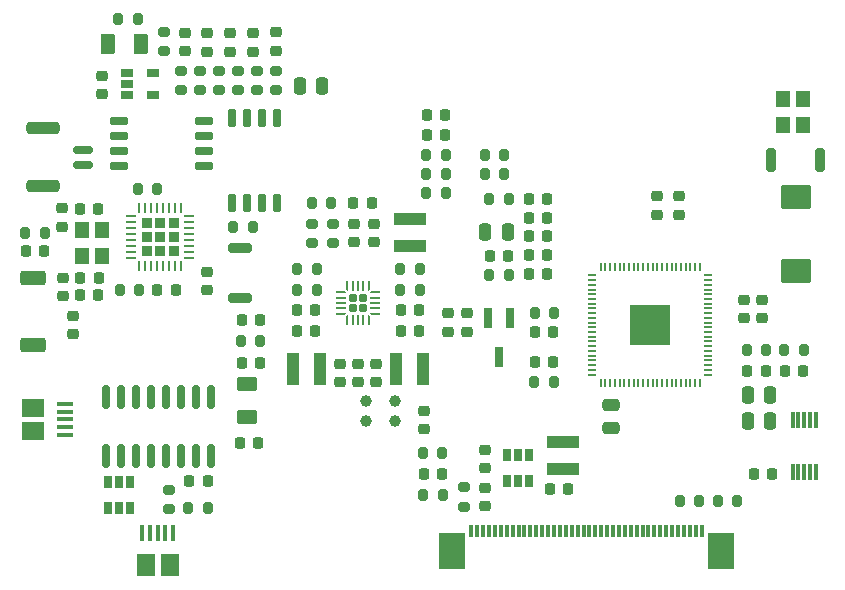
<source format=gbr>
%TF.GenerationSoftware,KiCad,Pcbnew,(5.99.0-8778-g8571687f51)*%
%TF.CreationDate,2021-02-03T12:08:05+08:00*%
%TF.ProjectId,lightboard-zero,6c696768-7462-46f6-9172-642d7a65726f,rev?*%
%TF.SameCoordinates,Original*%
%TF.FileFunction,Paste,Top*%
%TF.FilePolarity,Positive*%
%FSLAX46Y46*%
G04 Gerber Fmt 4.6, Leading zero omitted, Abs format (unit mm)*
G04 Created by KiCad (PCBNEW (5.99.0-8778-g8571687f51)) date 2021-02-03 12:08:05*
%MOMM*%
%LPD*%
G01*
G04 APERTURE LIST*
G04 Aperture macros list*
%AMRoundRect*
0 Rectangle with rounded corners*
0 $1 Rounding radius*
0 $2 $3 $4 $5 $6 $7 $8 $9 X,Y pos of 4 corners*
0 Add a 4 corners polygon primitive as box body*
4,1,4,$2,$3,$4,$5,$6,$7,$8,$9,$2,$3,0*
0 Add four circle primitives for the rounded corners*
1,1,$1+$1,$2,$3*
1,1,$1+$1,$4,$5*
1,1,$1+$1,$6,$7*
1,1,$1+$1,$8,$9*
0 Add four rect primitives between the rounded corners*
20,1,$1+$1,$2,$3,$4,$5,0*
20,1,$1+$1,$4,$5,$6,$7,0*
20,1,$1+$1,$6,$7,$8,$9,0*
20,1,$1+$1,$8,$9,$2,$3,0*%
%AMFreePoly0*
4,1,14,0.289644,0.110355,0.410355,-0.010356,0.425000,-0.045711,0.425000,-0.075000,0.410355,-0.110355,0.375000,-0.125000,-0.375000,-0.125000,-0.410355,-0.110355,-0.425000,-0.075000,-0.425000,0.075000,-0.410355,0.110355,-0.375000,0.125000,0.254289,0.125000,0.289644,0.110355,0.289644,0.110355,$1*%
%AMFreePoly1*
4,1,15,0.410355,0.110355,0.425000,0.075000,0.425000,0.045711,0.416421,0.025000,0.410355,0.010356,0.289644,-0.110355,0.254289,-0.125000,-0.375000,-0.125000,-0.410355,-0.110355,-0.425000,-0.075000,-0.425000,0.075000,-0.410355,0.110355,-0.375000,0.125000,0.375000,0.125000,0.410355,0.110355,0.410355,0.110355,$1*%
%AMFreePoly2*
4,1,14,0.110355,0.410355,0.125000,0.375000,0.125000,-0.375000,0.110355,-0.410355,0.075000,-0.425000,-0.075000,-0.425000,-0.110355,-0.410355,-0.125000,-0.375000,-0.125000,0.254289,-0.110355,0.289644,0.010356,0.410355,0.045711,0.425000,0.075000,0.425000,0.110355,0.410355,0.110355,0.410355,$1*%
%AMFreePoly3*
4,1,14,-0.010356,0.410355,0.110355,0.289644,0.125000,0.254289,0.125000,-0.375000,0.110355,-0.410355,0.075000,-0.425000,-0.075000,-0.425000,-0.110355,-0.410355,-0.125000,-0.375000,-0.125000,0.375000,-0.110355,0.410355,-0.075000,0.425000,-0.045711,0.425000,-0.010356,0.410355,-0.010356,0.410355,$1*%
%AMFreePoly4*
4,1,14,0.410355,0.110355,0.425000,0.075000,0.425000,-0.075000,0.410355,-0.110355,0.375000,-0.125000,-0.254289,-0.125000,-0.289644,-0.110355,-0.410355,0.010356,-0.425000,0.045711,-0.425000,0.075000,-0.410355,0.110355,-0.375000,0.125000,0.375000,0.125000,0.410355,0.110355,0.410355,0.110355,$1*%
%AMFreePoly5*
4,1,14,0.410355,0.110355,0.425000,0.075000,0.425000,-0.075000,0.410355,-0.110355,0.375000,-0.125000,-0.375000,-0.125000,-0.410355,-0.110355,-0.425000,-0.075000,-0.425000,-0.045711,-0.410355,-0.010356,-0.289644,0.110355,-0.254289,0.125000,0.375000,0.125000,0.410355,0.110355,0.410355,0.110355,$1*%
%AMFreePoly6*
4,1,14,0.110355,0.410355,0.125000,0.375000,0.125000,-0.254289,0.110355,-0.289644,-0.010356,-0.410355,-0.045711,-0.425000,-0.075000,-0.425000,-0.110355,-0.410355,-0.125000,-0.375000,-0.125000,0.375000,-0.110355,0.410355,-0.075000,0.425000,0.075000,0.425000,0.110355,0.410355,0.110355,0.410355,$1*%
%AMFreePoly7*
4,1,14,0.110355,0.410355,0.125000,0.375000,0.125000,-0.375000,0.110355,-0.410355,0.075000,-0.425000,0.045711,-0.425000,0.010356,-0.410355,-0.110355,-0.289644,-0.125000,-0.254289,-0.125000,0.375000,-0.110355,0.410355,-0.075000,0.425000,0.075000,0.425000,0.110355,0.410355,0.110355,0.410355,$1*%
G04 Aperture macros list end*
%ADD10R,0.300000X1.100000*%
%ADD11R,2.300000X3.100000*%
%ADD12RoundRect,0.200000X0.200000X0.275000X-0.200000X0.275000X-0.200000X-0.275000X0.200000X-0.275000X0*%
%ADD13RoundRect,0.200000X-0.275000X0.200000X-0.275000X-0.200000X0.275000X-0.200000X0.275000X0.200000X0*%
%ADD14RoundRect,0.225000X0.250000X-0.225000X0.250000X0.225000X-0.250000X0.225000X-0.250000X-0.225000X0*%
%ADD15RoundRect,0.225000X-0.250000X0.225000X-0.250000X-0.225000X0.250000X-0.225000X0.250000X0.225000X0*%
%ADD16RoundRect,0.218750X-0.256250X0.218750X-0.256250X-0.218750X0.256250X-0.218750X0.256250X0.218750X0*%
%ADD17RoundRect,0.225000X0.225000X0.250000X-0.225000X0.250000X-0.225000X-0.250000X0.225000X-0.250000X0*%
%ADD18RoundRect,0.225000X-0.225000X-0.250000X0.225000X-0.250000X0.225000X0.250000X-0.225000X0.250000X0*%
%ADD19RoundRect,0.218750X0.256250X-0.218750X0.256250X0.218750X-0.256250X0.218750X-0.256250X-0.218750X0*%
%ADD20RoundRect,0.250000X1.025000X-0.787500X1.025000X0.787500X-1.025000X0.787500X-1.025000X-0.787500X0*%
%ADD21RoundRect,0.250000X-0.250000X-0.475000X0.250000X-0.475000X0.250000X0.475000X-0.250000X0.475000X0*%
%ADD22R,0.400000X1.350000*%
%ADD23R,1.500000X1.900000*%
%ADD24RoundRect,0.200000X-0.200000X-0.275000X0.200000X-0.275000X0.200000X0.275000X-0.200000X0.275000X0*%
%ADD25RoundRect,0.249999X0.850001X-0.350001X0.850001X0.350001X-0.850001X0.350001X-0.850001X-0.350001X0*%
%ADD26R,0.650000X1.060000*%
%ADD27R,0.800000X1.800000*%
%ADD28RoundRect,0.200000X0.275000X-0.200000X0.275000X0.200000X-0.275000X0.200000X-0.275000X-0.200000X0*%
%ADD29RoundRect,0.150000X0.150000X-0.650000X0.150000X0.650000X-0.150000X0.650000X-0.150000X-0.650000X0*%
%ADD30R,2.750000X1.000000*%
%ADD31RoundRect,0.150000X-0.150000X0.825000X-0.150000X-0.825000X0.150000X-0.825000X0.150000X0.825000X0*%
%ADD32R,1.200000X1.400000*%
%ADD33RoundRect,0.200000X0.800000X-0.200000X0.800000X0.200000X-0.800000X0.200000X-0.800000X-0.200000X0*%
%ADD34C,0.999998*%
%ADD35RoundRect,0.200000X0.200000X0.800000X-0.200000X0.800000X-0.200000X-0.800000X0.200000X-0.800000X0*%
%ADD36R,1.060000X0.650000*%
%ADD37R,0.300000X1.400000*%
%ADD38RoundRect,0.218750X-0.218750X-0.256250X0.218750X-0.256250X0.218750X0.256250X-0.218750X0.256250X0*%
%ADD39R,1.000000X2.750000*%
%ADD40RoundRect,0.250000X0.375000X0.625000X-0.375000X0.625000X-0.375000X-0.625000X0.375000X-0.625000X0*%
%ADD41RoundRect,0.172500X-0.172500X-0.172500X0.172500X-0.172500X0.172500X0.172500X-0.172500X0.172500X0*%
%ADD42FreePoly0,0.000000*%
%ADD43RoundRect,0.062500X-0.362500X-0.062500X0.362500X-0.062500X0.362500X0.062500X-0.362500X0.062500X0*%
%ADD44FreePoly1,0.000000*%
%ADD45FreePoly2,0.000000*%
%ADD46RoundRect,0.062500X-0.062500X-0.362500X0.062500X-0.362500X0.062500X0.362500X-0.062500X0.362500X0*%
%ADD47FreePoly3,0.000000*%
%ADD48FreePoly4,0.000000*%
%ADD49FreePoly5,0.000000*%
%ADD50FreePoly6,0.000000*%
%ADD51FreePoly7,0.000000*%
%ADD52O,0.200000X0.800000*%
%ADD53O,0.800000X0.200000*%
%ADD54R,3.420000X3.420000*%
%ADD55RoundRect,0.150000X0.650000X0.150000X-0.650000X0.150000X-0.650000X-0.150000X0.650000X-0.150000X0*%
%ADD56RoundRect,0.232500X0.232500X-0.232500X0.232500X0.232500X-0.232500X0.232500X-0.232500X-0.232500X0*%
%ADD57RoundRect,0.062500X0.062500X-0.375000X0.062500X0.375000X-0.062500X0.375000X-0.062500X-0.375000X0*%
%ADD58RoundRect,0.062500X0.375000X-0.062500X0.375000X0.062500X-0.375000X0.062500X-0.375000X-0.062500X0*%
%ADD59RoundRect,0.250000X-0.625000X0.375000X-0.625000X-0.375000X0.625000X-0.375000X0.625000X0.375000X0*%
%ADD60RoundRect,0.150000X0.700000X-0.150000X0.700000X0.150000X-0.700000X0.150000X-0.700000X-0.150000X0*%
%ADD61RoundRect,0.250000X1.150000X-0.250000X1.150000X0.250000X-1.150000X0.250000X-1.150000X-0.250000X0*%
%ADD62R,1.350000X0.400000*%
%ADD63R,1.900000X1.500000*%
%ADD64RoundRect,0.250000X-0.475000X0.250000X-0.475000X-0.250000X0.475000X-0.250000X0.475000X0.250000X0*%
G04 APERTURE END LIST*
D10*
%TO.C,J4*%
X38850000Y-45450000D03*
X39350000Y-45450000D03*
X39850000Y-45450000D03*
X40350000Y-45450000D03*
X40850000Y-45450000D03*
X41350000Y-45450000D03*
X41850000Y-45450000D03*
X42350000Y-45450000D03*
X42850000Y-45450000D03*
X43350000Y-45450000D03*
X43850000Y-45450000D03*
X44350000Y-45450000D03*
X44850000Y-45450000D03*
X45350000Y-45450000D03*
X45850000Y-45450000D03*
X46350000Y-45450000D03*
X46850000Y-45450000D03*
X47350000Y-45450000D03*
X47850000Y-45450000D03*
X48350000Y-45450000D03*
X48850000Y-45450000D03*
X49350000Y-45450000D03*
X49850000Y-45450000D03*
X50350000Y-45450000D03*
X50850000Y-45450000D03*
X51350000Y-45450000D03*
X51850000Y-45450000D03*
X52350000Y-45450000D03*
X52850000Y-45450000D03*
X53350000Y-45450000D03*
X53850000Y-45450000D03*
X54350000Y-45450000D03*
X54850000Y-45450000D03*
X55350000Y-45450000D03*
X55850000Y-45450000D03*
X56350000Y-45450000D03*
X56850000Y-45450000D03*
X57350000Y-45450000D03*
X57850000Y-45450000D03*
X58350000Y-45450000D03*
D11*
X60020000Y-47150000D03*
X37180000Y-47150000D03*
%TD*%
D12*
%TO.C,R36*%
X2725000Y-20200000D03*
X1075000Y-20200000D03*
%TD*%
D13*
%TO.C,R38*%
X13250000Y-41950000D03*
X13250000Y-43600000D03*
%TD*%
D14*
%TO.C,C2*%
X54600000Y-18650000D03*
X54600000Y-17100000D03*
%TD*%
D12*
%TO.C,R37*%
X16550000Y-43500000D03*
X14900000Y-43500000D03*
%TD*%
D14*
%TO.C,C45*%
X7600000Y-8475000D03*
X7600000Y-6925000D03*
%TD*%
D15*
%TO.C,C9*%
X38500000Y-27025000D03*
X38500000Y-28575000D03*
%TD*%
D16*
%TO.C,D6*%
X16450000Y-3275000D03*
X16450000Y-4850000D03*
%TD*%
D17*
%TO.C,C42*%
X7275000Y-25500000D03*
X5725000Y-25500000D03*
%TD*%
D18*
%TO.C,C40*%
X19225000Y-38000000D03*
X20775000Y-38000000D03*
%TD*%
D19*
%TO.C,D1*%
X40050000Y-40137500D03*
X40050000Y-38562500D03*
%TD*%
D20*
%TO.C,C29*%
X66300000Y-23400000D03*
X66300000Y-17175000D03*
%TD*%
D21*
%TO.C,C30*%
X62250000Y-33950000D03*
X64150000Y-33950000D03*
%TD*%
%TO.C,C31*%
X62250000Y-36100000D03*
X64150000Y-36100000D03*
%TD*%
%TO.C,C32*%
X40050000Y-20100000D03*
X41950000Y-20100000D03*
%TD*%
D22*
%TO.C,J1*%
X11000000Y-45600000D03*
X11650000Y-45600000D03*
X12300000Y-45600000D03*
X12950000Y-45600000D03*
X13600000Y-45600000D03*
D23*
X13300000Y-48300000D03*
X11300000Y-48300000D03*
%TD*%
D15*
%TO.C,C3*%
X30650000Y-19450000D03*
X30650000Y-21000000D03*
%TD*%
D14*
%TO.C,C14*%
X30800000Y-32825000D03*
X30800000Y-31275000D03*
%TD*%
%TO.C,C13*%
X29250000Y-32825000D03*
X29250000Y-31275000D03*
%TD*%
D18*
%TO.C,C34*%
X34825000Y-40600000D03*
X36375000Y-40600000D03*
%TD*%
D13*
%TO.C,R35*%
X12800000Y-3175000D03*
X12800000Y-4825000D03*
%TD*%
D24*
%TO.C,R34*%
X8975000Y-2100000D03*
X10625000Y-2100000D03*
%TD*%
D14*
%TO.C,C12*%
X27700000Y-32825000D03*
X27700000Y-31275000D03*
%TD*%
D13*
%TO.C,R20*%
X22300000Y-6500000D03*
X22300000Y-8150000D03*
%TD*%
D25*
%TO.C,AE1*%
X1750000Y-29700000D03*
X1750000Y-24000000D03*
%TD*%
D26*
%TO.C,U8*%
X8050000Y-43500000D03*
X9000000Y-43500000D03*
X9950000Y-43500000D03*
X9950000Y-41300000D03*
X9000000Y-41300000D03*
X8050000Y-41300000D03*
%TD*%
D12*
%TO.C,R27*%
X41650000Y-13600000D03*
X40000000Y-13600000D03*
%TD*%
D27*
%TO.C,U1*%
X42150000Y-27450000D03*
X40250000Y-27450000D03*
X41200000Y-30750000D03*
%TD*%
D15*
%TO.C,C8*%
X28900000Y-19450000D03*
X28900000Y-21000000D03*
%TD*%
D18*
%TO.C,C7*%
X24100000Y-26750000D03*
X25650000Y-26750000D03*
%TD*%
D28*
%TO.C,R22*%
X17500000Y-8150000D03*
X17500000Y-6500000D03*
%TD*%
D21*
%TO.C,C46*%
X24350000Y-7750000D03*
X26250000Y-7750000D03*
%TD*%
D26*
%TO.C,U6*%
X43750000Y-39050000D03*
X42800000Y-39050000D03*
X41850000Y-39050000D03*
X41850000Y-41250000D03*
X42800000Y-41250000D03*
X43750000Y-41250000D03*
%TD*%
D29*
%TO.C,U4*%
X18595000Y-17700000D03*
X19865000Y-17700000D03*
X21135000Y-17700000D03*
X22405000Y-17700000D03*
X22405000Y-10500000D03*
X21135000Y-10500000D03*
X19865000Y-10500000D03*
X18595000Y-10500000D03*
%TD*%
D12*
%TO.C,R31*%
X61350000Y-42900000D03*
X59700000Y-42900000D03*
%TD*%
D30*
%TO.C,L4*%
X46600000Y-37900000D03*
X46600000Y-40200000D03*
%TD*%
D12*
%TO.C,R32*%
X58150000Y-42900000D03*
X56500000Y-42900000D03*
%TD*%
D31*
%TO.C,U7*%
X16845000Y-34125000D03*
X15575000Y-34125000D03*
X14305000Y-34125000D03*
X13035000Y-34125000D03*
X11765000Y-34125000D03*
X10495000Y-34125000D03*
X9225000Y-34125000D03*
X7955000Y-34125000D03*
X7955000Y-39075000D03*
X9225000Y-39075000D03*
X10495000Y-39075000D03*
X11765000Y-39075000D03*
X13035000Y-39075000D03*
X14305000Y-39075000D03*
X15575000Y-39075000D03*
X16845000Y-39075000D03*
%TD*%
D17*
%TO.C,C25*%
X47075000Y-41850000D03*
X45525000Y-41850000D03*
%TD*%
D24*
%TO.C,R23*%
X35050000Y-16800000D03*
X36700000Y-16800000D03*
%TD*%
D14*
%TO.C,C43*%
X4200000Y-19675000D03*
X4200000Y-18125000D03*
%TD*%
D18*
%TO.C,C44*%
X5700000Y-18150000D03*
X7250000Y-18150000D03*
%TD*%
D32*
%TO.C,Y3*%
X7550000Y-22150000D03*
X7550000Y-19950000D03*
X5850000Y-19950000D03*
X5850000Y-22150000D03*
%TD*%
D33*
%TO.C,SW2*%
X19300000Y-25700000D03*
X19300000Y-21500000D03*
%TD*%
D24*
%TO.C,R24*%
X35050000Y-15200000D03*
X36700000Y-15200000D03*
%TD*%
D14*
%TO.C,C39*%
X34850000Y-36800000D03*
X34850000Y-35250000D03*
%TD*%
D34*
%TO.C,MIC1*%
X32400000Y-36150022D03*
X29940010Y-36150022D03*
X29940010Y-34450000D03*
X32400000Y-34450000D03*
%TD*%
D35*
%TO.C,SW1*%
X68400000Y-14000000D03*
X64200000Y-14000000D03*
%TD*%
D18*
%TO.C,C15*%
X43750000Y-18950000D03*
X45300000Y-18950000D03*
%TD*%
D36*
%TO.C,U12*%
X9700000Y-6650000D03*
X9700000Y-7600000D03*
X9700000Y-8550000D03*
X11900000Y-8550000D03*
X11900000Y-6650000D03*
%TD*%
D17*
%TO.C,C4*%
X34450000Y-28500000D03*
X32900000Y-28500000D03*
%TD*%
%TO.C,C48*%
X64325000Y-40600000D03*
X62775000Y-40600000D03*
%TD*%
D37*
%TO.C,U13*%
X66050000Y-40450000D03*
X66550000Y-40450000D03*
X67050000Y-40450000D03*
X67550000Y-40450000D03*
X68050000Y-40450000D03*
X68050000Y-36050000D03*
X67550000Y-36050000D03*
X67050000Y-36050000D03*
X66550000Y-36050000D03*
X66050000Y-36050000D03*
%TD*%
D17*
%TO.C,C6*%
X34450000Y-26750000D03*
X32900000Y-26750000D03*
%TD*%
D38*
%TO.C,D2*%
X28825000Y-17700000D03*
X30400000Y-17700000D03*
%TD*%
D18*
%TO.C,C19*%
X43750000Y-22100000D03*
X45300000Y-22100000D03*
%TD*%
%TO.C,C16*%
X44250000Y-28600000D03*
X45800000Y-28600000D03*
%TD*%
D24*
%TO.C,R9*%
X44200000Y-27000000D03*
X45850000Y-27000000D03*
%TD*%
D39*
%TO.C,L1*%
X34800000Y-31750000D03*
X32500000Y-31750000D03*
%TD*%
D12*
%TO.C,R28*%
X36425000Y-42400000D03*
X34775000Y-42400000D03*
%TD*%
%TO.C,R11*%
X42025000Y-17300000D03*
X40375000Y-17300000D03*
%TD*%
D24*
%TO.C,R12*%
X62175000Y-30100000D03*
X63825000Y-30100000D03*
%TD*%
%TO.C,R13*%
X65350000Y-30100000D03*
X67000000Y-30100000D03*
%TD*%
D40*
%TO.C,D9*%
X10900000Y-4250000D03*
X8100000Y-4250000D03*
%TD*%
D32*
%TO.C,Y1*%
X65250000Y-8900000D03*
X65250000Y-11100000D03*
X66950000Y-11100000D03*
X66950000Y-8900000D03*
%TD*%
D24*
%TO.C,R25*%
X35050000Y-13600000D03*
X36700000Y-13600000D03*
%TD*%
D12*
%TO.C,R26*%
X41650000Y-15200000D03*
X40000000Y-15200000D03*
%TD*%
D38*
%TO.C,L6*%
X12250000Y-25000000D03*
X13825000Y-25000000D03*
%TD*%
D18*
%TO.C,C21*%
X43750000Y-23700000D03*
X45300000Y-23700000D03*
%TD*%
%TO.C,C18*%
X43750000Y-17300000D03*
X45300000Y-17300000D03*
%TD*%
D12*
%TO.C,R14*%
X20350000Y-19725000D03*
X18700000Y-19725000D03*
%TD*%
D28*
%TO.C,R15*%
X38200000Y-43400000D03*
X38200000Y-41750000D03*
%TD*%
D24*
%TO.C,R16*%
X19350000Y-29400000D03*
X21000000Y-29400000D03*
%TD*%
D17*
%TO.C,C49*%
X2675000Y-21750000D03*
X1125000Y-21750000D03*
%TD*%
D12*
%TO.C,R17*%
X27000000Y-17700000D03*
X25350000Y-17700000D03*
%TD*%
D19*
%TO.C,D8*%
X14600000Y-4825000D03*
X14600000Y-3250000D03*
%TD*%
D24*
%TO.C,R33*%
X9075000Y-25000000D03*
X10725000Y-25000000D03*
%TD*%
D12*
%TO.C,R29*%
X36400000Y-38800000D03*
X34750000Y-38800000D03*
%TD*%
D28*
%TO.C,R18*%
X20700000Y-8150000D03*
X20700000Y-6500000D03*
%TD*%
D41*
%TO.C,U2*%
X28850000Y-26550000D03*
X28850000Y-25750000D03*
X29650000Y-25750000D03*
X29650000Y-26550000D03*
D42*
X27800000Y-25250000D03*
D43*
X27800000Y-25700000D03*
X27800000Y-26150000D03*
X27800000Y-26600000D03*
D44*
X27800000Y-27050000D03*
D45*
X28350000Y-27600000D03*
D46*
X28800000Y-27600000D03*
X29250000Y-27600000D03*
X29700000Y-27600000D03*
D47*
X30150000Y-27600000D03*
D48*
X30700000Y-27050000D03*
D43*
X30700000Y-26600000D03*
X30700000Y-26150000D03*
X30700000Y-25700000D03*
D49*
X30700000Y-25250000D03*
D50*
X30150000Y-24700000D03*
D46*
X29700000Y-24700000D03*
X29250000Y-24700000D03*
X28800000Y-24700000D03*
D51*
X28350000Y-24700000D03*
%TD*%
D52*
%TO.C,U5*%
X49800000Y-32900000D03*
X50200000Y-32900000D03*
X50600000Y-32900000D03*
X51000000Y-32900000D03*
X51400000Y-32900000D03*
X51800000Y-32900000D03*
X52200000Y-32900000D03*
X52600000Y-32900000D03*
X53000000Y-32900000D03*
X53400000Y-32900000D03*
X53800000Y-32900000D03*
X54200000Y-32900000D03*
X54600000Y-32900000D03*
X55000000Y-32900000D03*
X55400000Y-32900000D03*
X55800000Y-32900000D03*
X56200000Y-32900000D03*
X56600000Y-32900000D03*
X57000000Y-32900000D03*
X57400000Y-32900000D03*
X57800000Y-32900000D03*
X58200000Y-32900000D03*
D53*
X58900000Y-32200000D03*
X58900000Y-31800000D03*
X58900000Y-31400000D03*
X58900000Y-31000000D03*
X58900000Y-30600000D03*
X58900000Y-30200000D03*
X58900000Y-29800000D03*
X58900000Y-29400000D03*
X58900000Y-29000000D03*
X58900000Y-28600000D03*
X58900000Y-28200000D03*
X58900000Y-27800000D03*
X58900000Y-27400000D03*
X58900000Y-27000000D03*
X58900000Y-26600000D03*
X58900000Y-26200000D03*
X58900000Y-25800000D03*
X58900000Y-25400000D03*
X58900000Y-25000000D03*
X58900000Y-24600000D03*
X58900000Y-24200000D03*
X58900000Y-23800000D03*
D52*
X58200000Y-23100000D03*
X57800000Y-23100000D03*
X57400000Y-23100000D03*
X57000000Y-23100000D03*
X56600000Y-23100000D03*
X56200000Y-23100000D03*
X55800000Y-23100000D03*
X55400000Y-23100000D03*
X55000000Y-23100000D03*
X54600000Y-23100000D03*
X54200000Y-23100000D03*
X53800000Y-23100000D03*
X53400000Y-23100000D03*
X53000000Y-23100000D03*
X52600000Y-23100000D03*
X52200000Y-23100000D03*
X51800000Y-23100000D03*
X51400000Y-23100000D03*
X51000000Y-23100000D03*
X50600000Y-23100000D03*
X50200000Y-23100000D03*
X49800000Y-23100000D03*
D53*
X49100000Y-23800000D03*
X49100000Y-24200000D03*
X49100000Y-24600000D03*
X49100000Y-25000000D03*
X49100000Y-25400000D03*
X49100000Y-25800000D03*
X49100000Y-26200000D03*
X49100000Y-26600000D03*
X49100000Y-27000000D03*
X49100000Y-27400000D03*
X49100000Y-27800000D03*
X49100000Y-28200000D03*
X49100000Y-28600000D03*
X49100000Y-29000000D03*
X49100000Y-29400000D03*
X49100000Y-29800000D03*
X49100000Y-30200000D03*
X49100000Y-30600000D03*
X49100000Y-31000000D03*
X49100000Y-31400000D03*
X49100000Y-31800000D03*
X49100000Y-32200000D03*
D54*
X54000000Y-28000000D03*
%TD*%
D15*
%TO.C,C10*%
X36900000Y-27025000D03*
X36900000Y-28575000D03*
%TD*%
D14*
%TO.C,C50*%
X5150000Y-28775000D03*
X5150000Y-27225000D03*
%TD*%
D18*
%TO.C,C35*%
X35100000Y-10200000D03*
X36650000Y-10200000D03*
%TD*%
%TO.C,C36*%
X35100000Y-11900000D03*
X36650000Y-11900000D03*
%TD*%
D55*
%TO.C,U11*%
X16250000Y-14555000D03*
X16250000Y-13285000D03*
X16250000Y-12015000D03*
X16250000Y-10745000D03*
X9050000Y-10745000D03*
X9050000Y-12015000D03*
X9050000Y-13285000D03*
X9050000Y-14555000D03*
%TD*%
D56*
%TO.C,U10*%
X11350000Y-19400000D03*
X11350000Y-21700000D03*
X13650000Y-19400000D03*
X12500000Y-21700000D03*
X11350000Y-20550000D03*
X12500000Y-20550000D03*
X12500000Y-19400000D03*
X13650000Y-21700000D03*
X13650000Y-20550000D03*
D57*
X10750000Y-22987500D03*
X11250000Y-22987500D03*
X11750000Y-22987500D03*
X12250000Y-22987500D03*
X12750000Y-22987500D03*
X13250000Y-22987500D03*
X13750000Y-22987500D03*
X14250000Y-22987500D03*
D58*
X14937500Y-22300000D03*
X14937500Y-21800000D03*
X14937500Y-21300000D03*
X14937500Y-20800000D03*
X14937500Y-20300000D03*
X14937500Y-19800000D03*
X14937500Y-19300000D03*
X14937500Y-18800000D03*
D57*
X14250000Y-18112500D03*
X13750000Y-18112500D03*
X13250000Y-18112500D03*
X12750000Y-18112500D03*
X12250000Y-18112500D03*
X11750000Y-18112500D03*
X11250000Y-18112500D03*
X10750000Y-18112500D03*
D58*
X10062500Y-18800000D03*
X10062500Y-19300000D03*
X10062500Y-19800000D03*
X10062500Y-20300000D03*
X10062500Y-20800000D03*
X10062500Y-21300000D03*
X10062500Y-21800000D03*
X10062500Y-22300000D03*
%TD*%
D38*
%TO.C,L5*%
X5712500Y-24000000D03*
X7287500Y-24000000D03*
%TD*%
D16*
%TO.C,D5*%
X18450000Y-3275000D03*
X18450000Y-4850000D03*
%TD*%
D24*
%TO.C,R10*%
X44175000Y-32800000D03*
X45825000Y-32800000D03*
%TD*%
D12*
%TO.C,R3*%
X34475000Y-23250000D03*
X32825000Y-23250000D03*
%TD*%
D19*
%TO.C,D4*%
X22300000Y-4800000D03*
X22300000Y-3225000D03*
%TD*%
D59*
%TO.C,D7*%
X19900000Y-33000000D03*
X19900000Y-35800000D03*
%TD*%
D24*
%TO.C,R4*%
X24100000Y-23250000D03*
X25750000Y-23250000D03*
%TD*%
D13*
%TO.C,R5*%
X25400000Y-19425000D03*
X25400000Y-21075000D03*
%TD*%
D12*
%TO.C,R6*%
X34480000Y-25000000D03*
X32830000Y-25000000D03*
%TD*%
D24*
%TO.C,R7*%
X24100000Y-25000000D03*
X25750000Y-25000000D03*
%TD*%
D18*
%TO.C,C47*%
X14975000Y-41250000D03*
X16525000Y-41250000D03*
%TD*%
D13*
%TO.C,R2*%
X14300000Y-6500000D03*
X14300000Y-8150000D03*
%TD*%
%TO.C,R8*%
X27150000Y-19425000D03*
X27150000Y-21075000D03*
%TD*%
D28*
%TO.C,R21*%
X19100000Y-8150000D03*
X19100000Y-6500000D03*
%TD*%
D17*
%TO.C,C1*%
X41975000Y-22200000D03*
X40425000Y-22200000D03*
%TD*%
D14*
%TO.C,C24*%
X56400000Y-18650000D03*
X56400000Y-17100000D03*
%TD*%
D60*
%TO.C,J6*%
X5950000Y-14425000D03*
X5950000Y-13175000D03*
D61*
X2600000Y-16275000D03*
X2600000Y-11325000D03*
%TD*%
D28*
%TO.C,R1*%
X15900000Y-8150000D03*
X15900000Y-6500000D03*
%TD*%
D14*
%TO.C,C26*%
X40050000Y-43350000D03*
X40050000Y-41800000D03*
%TD*%
D18*
%TO.C,C27*%
X19425000Y-31200000D03*
X20975000Y-31200000D03*
%TD*%
%TO.C,C28*%
X19450000Y-27600000D03*
X21000000Y-27600000D03*
%TD*%
%TO.C,C20*%
X43750000Y-20500000D03*
X45300000Y-20500000D03*
%TD*%
%TO.C,C17*%
X44225000Y-31150000D03*
X45775000Y-31150000D03*
%TD*%
D39*
%TO.C,L2*%
X23750000Y-31750000D03*
X26050000Y-31750000D03*
%TD*%
D14*
%TO.C,C37*%
X63475000Y-27400000D03*
X63475000Y-25850000D03*
%TD*%
D62*
%TO.C,J2*%
X4462500Y-34700000D03*
X4462500Y-35350000D03*
X4462500Y-36000000D03*
X4462500Y-36650000D03*
X4462500Y-37300000D03*
D63*
X1762500Y-37000000D03*
X1762500Y-35000000D03*
%TD*%
D15*
%TO.C,C51*%
X16500000Y-23475000D03*
X16500000Y-25025000D03*
%TD*%
D18*
%TO.C,C5*%
X24100000Y-28500000D03*
X25650000Y-28500000D03*
%TD*%
D24*
%TO.C,R30*%
X10600000Y-16500000D03*
X12250000Y-16500000D03*
%TD*%
D15*
%TO.C,C41*%
X4250000Y-24000000D03*
X4250000Y-25550000D03*
%TD*%
D30*
%TO.C,L3*%
X33650000Y-19000000D03*
X33650000Y-21300000D03*
%TD*%
D16*
%TO.C,D3*%
X20400000Y-3300000D03*
X20400000Y-4875000D03*
%TD*%
D14*
%TO.C,C38*%
X61900000Y-27400000D03*
X61900000Y-25850000D03*
%TD*%
D24*
%TO.C,R19*%
X40375000Y-23800000D03*
X42025000Y-23800000D03*
%TD*%
D18*
%TO.C,C22*%
X62225000Y-31900000D03*
X63775000Y-31900000D03*
%TD*%
%TO.C,C23*%
X65400000Y-31900000D03*
X66950000Y-31900000D03*
%TD*%
D64*
%TO.C,C33*%
X50700000Y-34800000D03*
X50700000Y-36700000D03*
%TD*%
M02*

</source>
